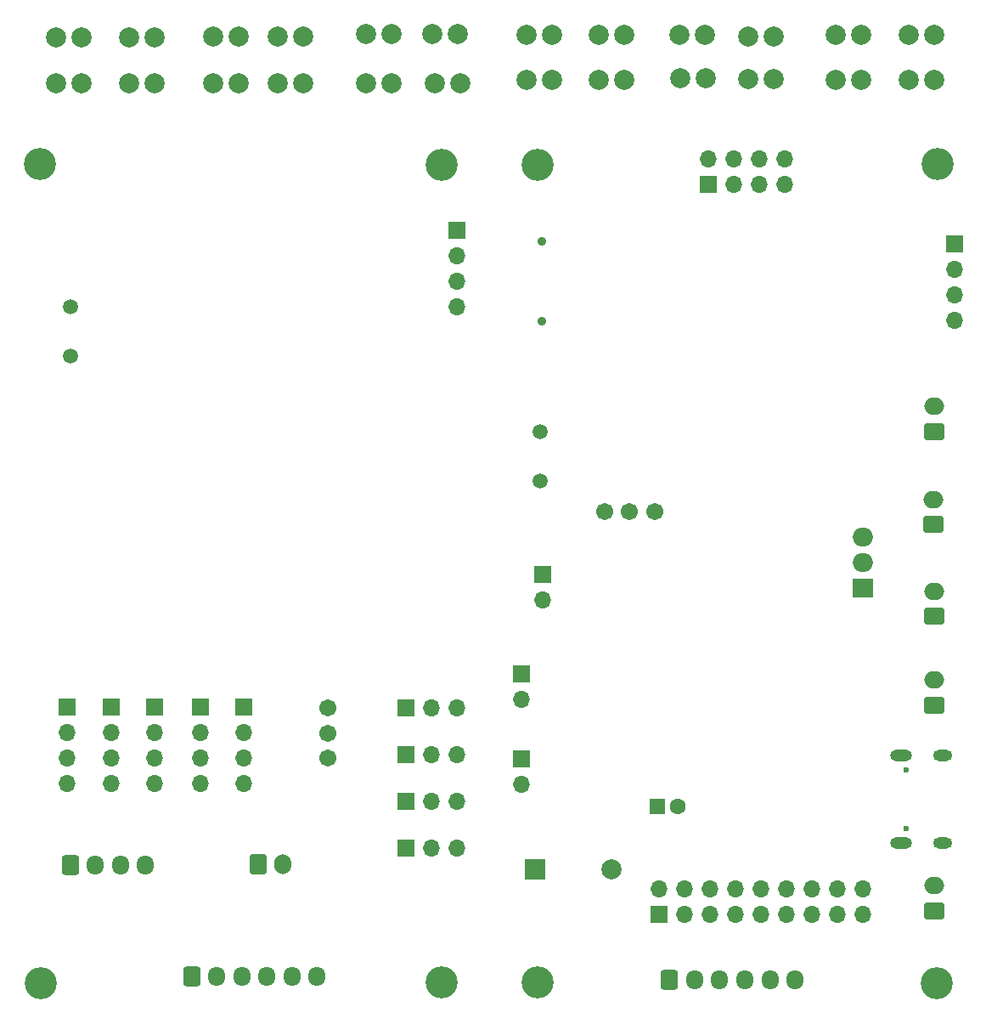
<source format=gbs>
%TF.GenerationSoftware,KiCad,Pcbnew,(7.0.0)*%
%TF.CreationDate,2024-03-11T20:32:42+02:00*%
%TF.ProjectId,quadraptor,71756164-7261-4707-946f-722e6b696361,rev?*%
%TF.SameCoordinates,Original*%
%TF.FileFunction,Soldermask,Bot*%
%TF.FilePolarity,Negative*%
%FSLAX46Y46*%
G04 Gerber Fmt 4.6, Leading zero omitted, Abs format (unit mm)*
G04 Created by KiCad (PCBNEW (7.0.0)) date 2024-03-11 20:32:42*
%MOMM*%
%LPD*%
G01*
G04 APERTURE LIST*
G04 Aperture macros list*
%AMRoundRect*
0 Rectangle with rounded corners*
0 $1 Rounding radius*
0 $2 $3 $4 $5 $6 $7 $8 $9 X,Y pos of 4 corners*
0 Add a 4 corners polygon primitive as box body*
4,1,4,$2,$3,$4,$5,$6,$7,$8,$9,$2,$3,0*
0 Add four circle primitives for the rounded corners*
1,1,$1+$1,$2,$3*
1,1,$1+$1,$4,$5*
1,1,$1+$1,$6,$7*
1,1,$1+$1,$8,$9*
0 Add four rect primitives between the rounded corners*
20,1,$1+$1,$2,$3,$4,$5,0*
20,1,$1+$1,$4,$5,$6,$7,0*
20,1,$1+$1,$6,$7,$8,$9,0*
20,1,$1+$1,$8,$9,$2,$3,0*%
G04 Aperture macros list end*
%ADD10C,0.600000*%
%ADD11O,2.204000X1.104000*%
%ADD12O,1.904000X1.104000*%
%ADD13C,3.200000*%
%ADD14RoundRect,0.250000X0.750000X-0.600000X0.750000X0.600000X-0.750000X0.600000X-0.750000X-0.600000X0*%
%ADD15O,2.000000X1.700000*%
%ADD16R,2.000000X2.000000*%
%ADD17C,2.000000*%
%ADD18R,1.700000X1.700000*%
%ADD19O,1.700000X1.700000*%
%ADD20RoundRect,0.250000X-0.600000X-0.750000X0.600000X-0.750000X0.600000X0.750000X-0.600000X0.750000X0*%
%ADD21O,1.700000X2.000000*%
%ADD22C,1.500000*%
%ADD23RoundRect,0.250000X-0.600000X-0.725000X0.600000X-0.725000X0.600000X0.725000X-0.600000X0.725000X0*%
%ADD24O,1.700000X1.950000*%
%ADD25C,0.900000*%
%ADD26R,1.600000X1.600000*%
%ADD27C,1.600000*%
%ADD28R,2.000000X1.905000*%
%ADD29O,2.000000X1.905000*%
%ADD30C,1.712000*%
G04 APERTURE END LIST*
D10*
%TO.C,J26*%
X155070000Y-134335000D03*
X155070000Y-128555000D03*
D11*
X154579999Y-135769999D03*
X154579999Y-127119999D03*
D12*
X158749999Y-135769999D03*
X158749999Y-127119999D03*
%TD*%
D13*
%TO.C,H2*%
X108762722Y-149702250D03*
%TD*%
D14*
%TO.C,J17*%
X157861000Y-113228250D03*
D15*
X157860999Y-110728249D03*
%TD*%
D16*
%TO.C,BZ1*%
X118109999Y-138429999D03*
D17*
X125710000Y-138430000D03*
%TD*%
%TO.C,TP7*%
X92456000Y-55443250D03*
X94996000Y-55443250D03*
%TD*%
D14*
%TO.C,J14*%
X157861000Y-142565250D03*
D15*
X157860999Y-140065249D03*
%TD*%
D18*
%TO.C,J8*%
X105221721Y-127018249D03*
D19*
X107761721Y-127018249D03*
X110301721Y-127018249D03*
%TD*%
D20*
%TO.C,J2*%
X90494722Y-137958250D03*
D21*
X92994721Y-137958249D03*
%TD*%
D22*
%TO.C,Y1*%
X71790222Y-87308250D03*
X71790222Y-82408250D03*
%TD*%
D23*
%TO.C,J24*%
X71758722Y-138018250D03*
D24*
X74258721Y-138018249D03*
X76758721Y-138018249D03*
X79258721Y-138018249D03*
%TD*%
D18*
%TO.C,J1*%
X110286721Y-74782249D03*
D19*
X110286721Y-77322249D03*
X110286721Y-79862249D03*
X110286721Y-82402249D03*
%TD*%
D17*
%TO.C,TP11*%
X132461000Y-55316250D03*
X135001000Y-55316250D03*
%TD*%
D18*
%TO.C,LS1*%
X116712999Y-118938249D03*
D19*
X116712999Y-121478249D03*
%TD*%
D18*
%TO.C,J9*%
X105221721Y-122368249D03*
D19*
X107761721Y-122368249D03*
X110301721Y-122368249D03*
%TD*%
D13*
%TO.C,H8*%
X158115000Y-149804250D03*
%TD*%
D18*
%TO.C,J13*%
X159892999Y-76144249D03*
D19*
X159892999Y-78684249D03*
X159892999Y-81224249D03*
X159892999Y-83764249D03*
%TD*%
D17*
%TO.C,TP4*%
X85979000Y-55443250D03*
X88519000Y-55443250D03*
%TD*%
D18*
%TO.C,LS2*%
X116712999Y-127447249D03*
D19*
X116712999Y-129987249D03*
%TD*%
D13*
%TO.C,H1*%
X108762722Y-68270250D03*
%TD*%
D17*
%TO.C,TP6*%
X77597000Y-60142250D03*
X80137000Y-60142250D03*
%TD*%
D25*
%TO.C,J4*%
X118821855Y-83842282D03*
X118821855Y-75842282D03*
%TD*%
D13*
%TO.C,H7*%
X118364000Y-149677250D03*
%TD*%
D17*
%TO.C,TP3*%
X77597000Y-55570250D03*
X80137000Y-55570250D03*
%TD*%
D14*
%TO.C,J16*%
X157844000Y-104064250D03*
D15*
X157843999Y-101564249D03*
%TD*%
D17*
%TO.C,TP2*%
X101219000Y-55189250D03*
X103759000Y-55189250D03*
%TD*%
D26*
%TO.C,C35*%
X130333999Y-132151249D03*
D27*
X132334000Y-132151250D03*
%TD*%
D18*
%TO.C,J10*%
X71424721Y-122270249D03*
D19*
X71424721Y-124810249D03*
X71424721Y-127350249D03*
X71424721Y-129890249D03*
%TD*%
D13*
%TO.C,H5*%
X158242000Y-68143250D03*
%TD*%
D17*
%TO.C,TP12*%
X132588000Y-59634250D03*
X135128000Y-59634250D03*
%TD*%
D18*
%TO.C,J7*%
X105221721Y-131668249D03*
D19*
X107761721Y-131668249D03*
X110301721Y-131668249D03*
%TD*%
D17*
%TO.C,TP9*%
X124460000Y-55316250D03*
X127000000Y-55316250D03*
%TD*%
%TO.C,TP19*%
X117221000Y-59761250D03*
X119761000Y-59761250D03*
%TD*%
D18*
%TO.C,J22*%
X89077721Y-122270249D03*
D19*
X89077721Y-124810249D03*
X89077721Y-127350249D03*
X89077721Y-129890249D03*
%TD*%
D28*
%TO.C,Q1*%
X150804999Y-110434249D03*
D29*
X150804999Y-107894249D03*
X150804999Y-105354249D03*
%TD*%
D18*
%TO.C,J21*%
X84759721Y-122270249D03*
D19*
X84759721Y-124810249D03*
X84759721Y-127350249D03*
X84759721Y-129890249D03*
%TD*%
D17*
%TO.C,TP15*%
X139319000Y-55457250D03*
X141859000Y-55457250D03*
%TD*%
%TO.C,TP5*%
X85979000Y-60142250D03*
X88519000Y-60142250D03*
%TD*%
D18*
%TO.C,J19*%
X75869721Y-122270249D03*
D19*
X75869721Y-124810249D03*
X75869721Y-127350249D03*
X75869721Y-129890249D03*
%TD*%
D17*
%TO.C,TP24*%
X107823000Y-55189250D03*
X110363000Y-55189250D03*
%TD*%
D18*
%TO.C,J11*%
X130428999Y-142946249D03*
D19*
X130428999Y-140406249D03*
X132968999Y-142946249D03*
X132968999Y-140406249D03*
X135508999Y-142946249D03*
X135508999Y-140406249D03*
X138048999Y-142946249D03*
X138048999Y-140406249D03*
X140588999Y-142946249D03*
X140588999Y-140406249D03*
X143128999Y-142946249D03*
X143128999Y-140406249D03*
X145668999Y-142946249D03*
X145668999Y-140406249D03*
X148208999Y-142946249D03*
X148208999Y-140406249D03*
X150748999Y-142946249D03*
X150748999Y-140406249D03*
%TD*%
D17*
%TO.C,TP21*%
X155321000Y-55316250D03*
X157861000Y-55316250D03*
%TD*%
%TO.C,TP25*%
X108077000Y-60142250D03*
X110617000Y-60142250D03*
%TD*%
D13*
%TO.C,H3*%
X68834000Y-149804250D03*
%TD*%
D17*
%TO.C,TP27*%
X70358000Y-55570250D03*
X72898000Y-55570250D03*
%TD*%
D30*
%TO.C,SW3*%
X97409000Y-127341000D03*
X97409000Y-124841000D03*
X97409000Y-122341000D03*
%TD*%
D18*
%TO.C,J12*%
X135381999Y-70175249D03*
D19*
X135381999Y-67635249D03*
X137921999Y-70175249D03*
X137921999Y-67635249D03*
X140461999Y-70175249D03*
X140461999Y-67635249D03*
X143001999Y-70175249D03*
X143001999Y-67635249D03*
%TD*%
D23*
%TO.C,J23*%
X83870722Y-149067250D03*
D24*
X86370721Y-149067249D03*
X88870721Y-149067249D03*
X91370721Y-149067249D03*
X93870721Y-149067249D03*
X96370721Y-149067249D03*
%TD*%
D13*
%TO.C,H4*%
X68707000Y-68143250D03*
%TD*%
D17*
%TO.C,TP17*%
X148082000Y-55316250D03*
X150622000Y-55316250D03*
%TD*%
D14*
%TO.C,J18*%
X157861000Y-122078250D03*
D15*
X157860999Y-119578249D03*
%TD*%
D17*
%TO.C,TP28*%
X70358000Y-60142250D03*
X72898000Y-60142250D03*
%TD*%
%TO.C,TP1*%
X92456000Y-60142250D03*
X94996000Y-60142250D03*
%TD*%
D22*
%TO.C,Y2*%
X118618000Y-99732000D03*
X118618000Y-94832000D03*
%TD*%
D17*
%TO.C,TP8*%
X117221000Y-55316250D03*
X119761000Y-55316250D03*
%TD*%
%TO.C,TP13*%
X155321000Y-59761250D03*
X157861000Y-59761250D03*
%TD*%
D30*
%TO.C,SW4*%
X125008000Y-102743000D03*
X127508000Y-102743000D03*
X130008000Y-102743000D03*
%TD*%
D17*
%TO.C,TP10*%
X124460000Y-59761250D03*
X127000000Y-59761250D03*
%TD*%
D13*
%TO.C,H6*%
X118364000Y-68199000D03*
%TD*%
D23*
%TO.C,J5*%
X131518000Y-149423250D03*
D24*
X134017999Y-149423249D03*
X136517999Y-149423249D03*
X139017999Y-149423249D03*
X141517999Y-149423249D03*
X144017999Y-149423249D03*
%TD*%
D14*
%TO.C,J15*%
X157861000Y-94813250D03*
D15*
X157860999Y-92313249D03*
%TD*%
D17*
%TO.C,TP23*%
X101219000Y-60071000D03*
X103759000Y-60071000D03*
%TD*%
D18*
%TO.C,J6*%
X105221721Y-136318249D03*
D19*
X107761721Y-136318249D03*
X110301721Y-136318249D03*
%TD*%
D17*
%TO.C,TP16*%
X139319000Y-59690000D03*
X141859000Y-59690000D03*
%TD*%
D18*
%TO.C,J25*%
X118871999Y-109037249D03*
D19*
X118871999Y-111577249D03*
%TD*%
D18*
%TO.C,J20*%
X80187721Y-122270249D03*
D19*
X80187721Y-124810249D03*
X80187721Y-127350249D03*
X80187721Y-129890249D03*
%TD*%
D17*
%TO.C,TP14*%
X148082000Y-59761250D03*
X150622000Y-59761250D03*
%TD*%
M02*

</source>
